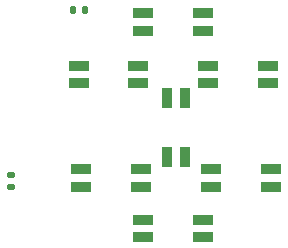
<source format=gbr>
%TF.GenerationSoftware,KiCad,Pcbnew,(6.0.7)*%
%TF.CreationDate,2024-10-06T09:26:11-05:00*%
%TF.ProjectId,RGB7Segment,52474237-5365-4676-9d65-6e742e6b6963,rev?*%
%TF.SameCoordinates,Original*%
%TF.FileFunction,Paste,Top*%
%TF.FilePolarity,Positive*%
%FSLAX46Y46*%
G04 Gerber Fmt 4.6, Leading zero omitted, Abs format (unit mm)*
G04 Created by KiCad (PCBNEW (6.0.7)) date 2024-10-06 09:26:11*
%MOMM*%
%LPD*%
G01*
G04 APERTURE LIST*
G04 Aperture macros list*
%AMRoundRect*
0 Rectangle with rounded corners*
0 $1 Rounding radius*
0 $2 $3 $4 $5 $6 $7 $8 $9 X,Y pos of 4 corners*
0 Add a 4 corners polygon primitive as box body*
4,1,4,$2,$3,$4,$5,$6,$7,$8,$9,$2,$3,0*
0 Add four circle primitives for the rounded corners*
1,1,$1+$1,$2,$3*
1,1,$1+$1,$4,$5*
1,1,$1+$1,$6,$7*
1,1,$1+$1,$8,$9*
0 Add four rect primitives between the rounded corners*
20,1,$1+$1,$2,$3,$4,$5,0*
20,1,$1+$1,$4,$5,$6,$7,0*
20,1,$1+$1,$6,$7,$8,$9,0*
20,1,$1+$1,$8,$9,$2,$3,0*%
G04 Aperture macros list end*
%ADD10RoundRect,0.135000X-0.185000X0.135000X-0.185000X-0.135000X0.185000X-0.135000X0.185000X0.135000X0*%
%ADD11R,1.803400X0.812800*%
%ADD12RoundRect,0.135000X-0.135000X-0.185000X0.135000X-0.185000X0.135000X0.185000X-0.135000X0.185000X0*%
%ADD13R,0.812800X1.803400*%
G04 APERTURE END LIST*
D10*
%TO.C,R1*%
X185250000Y-100740000D03*
X185250000Y-101760000D03*
%TD*%
D11*
%TO.C,B1*%
X201998100Y-91500700D03*
X201998100Y-92999300D03*
X207001900Y-92999300D03*
X207001900Y-91500700D03*
%TD*%
D12*
%TO.C,R2*%
X190490000Y-86750000D03*
X191510000Y-86750000D03*
%TD*%
D11*
%TO.C,D1*%
X196498100Y-104531750D03*
X196498100Y-106030350D03*
X201501900Y-106030350D03*
X201501900Y-104531750D03*
%TD*%
%TO.C,A1*%
X196498100Y-87031750D03*
X196498100Y-88530350D03*
X201501900Y-88530350D03*
X201501900Y-87031750D03*
%TD*%
%TO.C,C1*%
X202248100Y-100250700D03*
X202248100Y-101749300D03*
X207251900Y-101749300D03*
X207251900Y-100250700D03*
%TD*%
%TO.C,E1*%
X191248100Y-100250700D03*
X191248100Y-101749300D03*
X196251900Y-101749300D03*
X196251900Y-100250700D03*
%TD*%
%TO.C,F1*%
X190998100Y-91500700D03*
X190998100Y-92999300D03*
X196001900Y-92999300D03*
X196001900Y-91500700D03*
%TD*%
D13*
%TO.C,G1*%
X198500700Y-99251900D03*
X199999300Y-99251900D03*
X199999300Y-94248100D03*
X198500700Y-94248100D03*
%TD*%
M02*

</source>
